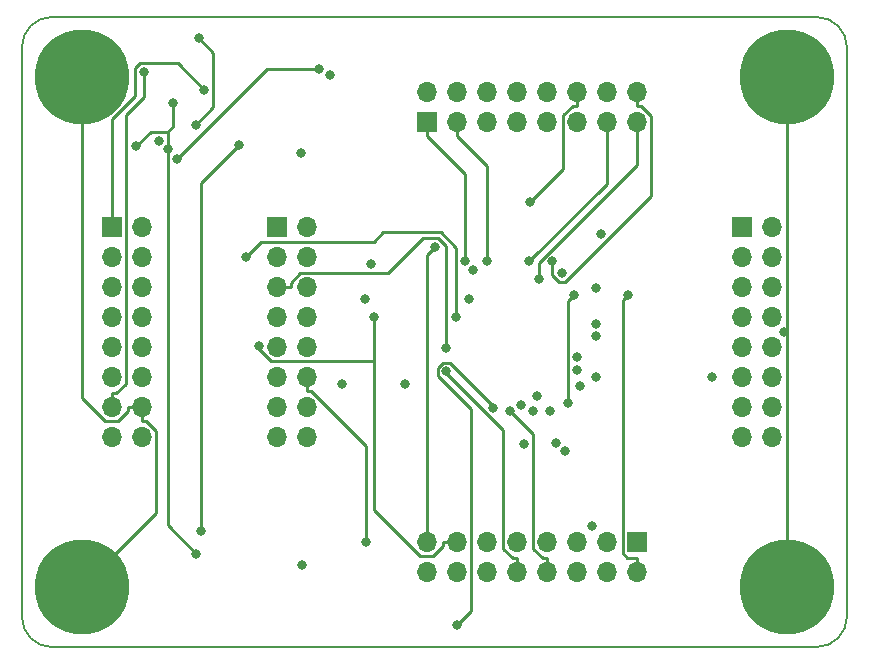
<source format=gbr>
%TF.GenerationSoftware,KiCad,Pcbnew,(5.0.0)*%
%TF.CreationDate,2019-01-27T03:15:10+01:00*%
%TF.ProjectId,AtmegaBreakout,41746D656761427265616B6F75742E6B,rev?*%
%TF.SameCoordinates,Original*%
%TF.FileFunction,Copper,L2,Inr,Signal*%
%TF.FilePolarity,Positive*%
%FSLAX46Y46*%
G04 Gerber Fmt 4.6, Leading zero omitted, Abs format (unit mm)*
G04 Created by KiCad (PCBNEW (5.0.0)) date 01/27/19 03:15:10*
%MOMM*%
%LPD*%
G01*
G04 APERTURE LIST*
%ADD10C,0.200000*%
%ADD11C,8.000000*%
%ADD12R,1.700000X1.700000*%
%ADD13O,1.700000X1.700000*%
%ADD14C,0.800000*%
%ADD15C,0.250000*%
G04 APERTURE END LIST*
D10*
X142240000Y-58420000D02*
X142240000Y-106680000D01*
X74930000Y-55880000D02*
X139700000Y-55880000D01*
X72390000Y-106680000D02*
X72390000Y-58420000D01*
X139700000Y-109220000D02*
X74930000Y-109220000D01*
X72390000Y-58420000D02*
G75*
G02X74930000Y-55880000I2540000J0D01*
G01*
X74930000Y-109220000D02*
G75*
G02X72390000Y-106680000I0J2540000D01*
G01*
X142240000Y-106680000D02*
G75*
G02X139700000Y-109220000I-2540000J0D01*
G01*
X139700000Y-55880000D02*
G75*
G02X142240000Y-58420000I0J-2540000D01*
G01*
D11*
X137160000Y-104140000D03*
X137160000Y-60960000D03*
X77470000Y-104140000D03*
X77470000Y-60960000D03*
D12*
X106680000Y-64770000D03*
D13*
X106680000Y-62230000D03*
X109220000Y-64770000D03*
X109220000Y-62230000D03*
X111760000Y-64770000D03*
X111760000Y-62230000D03*
X114300000Y-64770000D03*
X114300000Y-62230000D03*
X116840000Y-64770000D03*
X116840000Y-62230000D03*
X119380000Y-64770000D03*
X119380000Y-62230000D03*
X121920000Y-64770000D03*
X121920000Y-62230000D03*
X124460000Y-64770000D03*
X124460000Y-62230000D03*
D12*
X80010000Y-73660000D03*
D13*
X82550000Y-73660000D03*
X80010000Y-76200000D03*
X82550000Y-76200000D03*
X80010000Y-78740000D03*
X82550000Y-78740000D03*
X80010000Y-81280000D03*
X82550000Y-81280000D03*
X80010000Y-83820000D03*
X82550000Y-83820000D03*
X80010000Y-86360000D03*
X82550000Y-86360000D03*
X80010000Y-88900000D03*
X82550000Y-88900000D03*
X80010000Y-91440000D03*
X82550000Y-91440000D03*
D12*
X93980000Y-73660000D03*
D13*
X96520000Y-73660000D03*
X93980000Y-76200000D03*
X96520000Y-76200000D03*
X93980000Y-78740000D03*
X96520000Y-78740000D03*
X93980000Y-81280000D03*
X96520000Y-81280000D03*
X93980000Y-83820000D03*
X96520000Y-83820000D03*
X93980000Y-86360000D03*
X96520000Y-86360000D03*
X93980000Y-88900000D03*
X96520000Y-88900000D03*
X93980000Y-91440000D03*
X96520000Y-91440000D03*
D12*
X133350000Y-73660000D03*
D13*
X135890000Y-73660000D03*
X133350000Y-76200000D03*
X135890000Y-76200000D03*
X133350000Y-78740000D03*
X135890000Y-78740000D03*
X133350000Y-81280000D03*
X135890000Y-81280000D03*
X133350000Y-83820000D03*
X135890000Y-83820000D03*
X133350000Y-86360000D03*
X135890000Y-86360000D03*
X133350000Y-88900000D03*
X135890000Y-88900000D03*
X133350000Y-91440000D03*
X135890000Y-91440000D03*
D12*
X124460000Y-100330000D03*
D13*
X124460000Y-102870000D03*
X121920000Y-100330000D03*
X121920000Y-102870000D03*
X119380000Y-100330000D03*
X119380000Y-102870000D03*
X116840000Y-100330000D03*
X116840000Y-102870000D03*
X114300000Y-100330000D03*
X114300000Y-102870000D03*
X111760000Y-100330000D03*
X111760000Y-102870000D03*
X109220000Y-100330000D03*
X109220000Y-102870000D03*
X106680000Y-100330000D03*
X106680000Y-102870000D03*
D14*
X102196100Y-81280000D03*
X92439300Y-83725300D03*
X136933700Y-82550000D03*
X110550800Y-77308400D03*
X118132500Y-77548000D03*
X82721900Y-60574100D03*
X116040600Y-87969100D03*
X96137000Y-102278700D03*
X109261200Y-107352800D03*
X112268400Y-88959300D03*
X111768000Y-76563200D03*
X109870600Y-76565000D03*
X104808300Y-86974000D03*
X120985800Y-81895900D03*
X120973800Y-82909900D03*
X110237500Y-79730100D03*
X91337500Y-76200000D03*
X109130100Y-81307100D03*
X118643000Y-88586100D03*
X119118400Y-79409200D03*
X118378300Y-92643500D03*
X101939300Y-76808500D03*
X87835700Y-62055600D03*
X101477800Y-79748800D03*
X108319200Y-83893000D03*
X99524700Y-86971700D03*
X101552900Y-100316400D03*
X115674700Y-89238700D03*
X114667800Y-88694500D03*
X114866200Y-92051200D03*
X120992200Y-86393000D03*
X130810000Y-86360000D03*
X119634000Y-87122000D03*
X119380000Y-85725000D03*
X119431300Y-84644000D03*
X120987000Y-78790800D03*
X121408400Y-74228300D03*
X120643000Y-98934500D03*
X123698900Y-79393000D03*
X113755100Y-89235000D03*
X108327900Y-85893000D03*
X117628500Y-91964600D03*
X117143000Y-89207900D03*
X107330800Y-75341200D03*
X115394800Y-71544100D03*
X115348100Y-76563200D03*
X116136500Y-78058600D03*
X117299200Y-76569200D03*
X87140000Y-101344300D03*
X84727500Y-67029700D03*
X96003400Y-67417700D03*
X85210500Y-63165700D03*
X82083500Y-66826200D03*
X87122000Y-65024000D03*
X87376000Y-57658000D03*
X97519400Y-60289700D03*
X85541300Y-67933300D03*
X98438600Y-60815100D03*
X83972700Y-66348700D03*
X87560900Y-99395700D03*
X90801400Y-66702800D03*
D15*
X109220000Y-100330000D02*
X108044700Y-100330000D01*
X102196100Y-85020300D02*
X93484500Y-85020300D01*
X93484500Y-85020300D02*
X92439300Y-83975100D01*
X92439300Y-83975100D02*
X92439300Y-83725300D01*
X108044700Y-100330000D02*
X108044700Y-100697300D01*
X108044700Y-100697300D02*
X107228700Y-101513300D01*
X107228700Y-101513300D02*
X106111600Y-101513300D01*
X106111600Y-101513300D02*
X102196100Y-97597800D01*
X102196100Y-97597800D02*
X102196100Y-85020300D01*
X102196100Y-85020300D02*
X102196100Y-81280000D01*
X82550000Y-90075300D02*
X82917300Y-90075300D01*
X82917300Y-90075300D02*
X83757900Y-90915900D01*
X83757900Y-90915900D02*
X83757900Y-97852100D01*
X83757900Y-97852100D02*
X77470000Y-104140000D01*
X82550000Y-88900000D02*
X82550000Y-90075300D01*
X77470000Y-60960000D02*
X77470000Y-88099000D01*
X77470000Y-88099000D02*
X79446300Y-90075300D01*
X79446300Y-90075300D02*
X80566800Y-90075300D01*
X80566800Y-90075300D02*
X81374700Y-89267400D01*
X81374700Y-89267400D02*
X81374700Y-88900000D01*
X82550000Y-88900000D02*
X81374700Y-88900000D01*
X137160000Y-82550000D02*
X136933700Y-82550000D01*
X137160000Y-60960000D02*
X137160000Y-82550000D01*
X137160000Y-82550000D02*
X137160000Y-104140000D01*
X80010000Y-88900000D02*
X80010000Y-87724700D01*
X80010000Y-87724700D02*
X80377400Y-87724700D01*
X80377400Y-87724700D02*
X81185300Y-86916800D01*
X81185300Y-86916800D02*
X81185300Y-64189100D01*
X81185300Y-64189100D02*
X82721900Y-62652500D01*
X82721900Y-62652500D02*
X82721900Y-60574100D01*
X112268400Y-88959300D02*
X112268400Y-88802200D01*
X112268400Y-88802200D02*
X108604700Y-85138500D01*
X108604700Y-85138500D02*
X108055000Y-85138500D01*
X108055000Y-85138500D02*
X107600600Y-85592900D01*
X107600600Y-85592900D02*
X107600600Y-86255400D01*
X107600600Y-86255400D02*
X110413200Y-89068000D01*
X110413200Y-89068000D02*
X110413200Y-106200800D01*
X110413200Y-106200800D02*
X109261200Y-107352800D01*
X111768000Y-76563200D02*
X111768000Y-68493300D01*
X111768000Y-68493300D02*
X109220000Y-65945300D01*
X109220000Y-64770000D02*
X109220000Y-65945300D01*
X106680000Y-64770000D02*
X106680000Y-65945300D01*
X106680000Y-65945300D02*
X109870600Y-69135900D01*
X109870600Y-69135900D02*
X109870600Y-76565000D01*
X91337500Y-76200000D02*
X92607500Y-74930000D01*
X92607500Y-74930000D02*
X102171100Y-74930000D01*
X102171100Y-74930000D02*
X102998400Y-74102700D01*
X102998400Y-74102700D02*
X107833800Y-74102700D01*
X107833800Y-74102700D02*
X109130100Y-75399000D01*
X109130100Y-75399000D02*
X109130100Y-81307100D01*
X119118400Y-79409200D02*
X118643000Y-79884600D01*
X118643000Y-79884600D02*
X118643000Y-88586100D01*
X80010000Y-73660000D02*
X80010000Y-64537100D01*
X80010000Y-64537100D02*
X81974100Y-62573000D01*
X81974100Y-62573000D02*
X81974100Y-60224100D01*
X81974100Y-60224100D02*
X82397900Y-59800300D01*
X82397900Y-59800300D02*
X85580400Y-59800300D01*
X85580400Y-59800300D02*
X87835700Y-62055600D01*
X93980000Y-78740000D02*
X95155300Y-78740000D01*
X95155300Y-78740000D02*
X95155300Y-78372600D01*
X95155300Y-78372600D02*
X95963200Y-77564700D01*
X95963200Y-77564700D02*
X103370900Y-77564700D01*
X103370900Y-77564700D02*
X106341600Y-74594000D01*
X106341600Y-74594000D02*
X107660100Y-74594000D01*
X107660100Y-74594000D02*
X108319200Y-75253100D01*
X108319200Y-75253100D02*
X108319200Y-83893000D01*
X96520000Y-87535300D02*
X96887400Y-87535300D01*
X96887400Y-87535300D02*
X101552900Y-92200800D01*
X101552900Y-92200800D02*
X101552900Y-100316400D01*
X96520000Y-86360000D02*
X96520000Y-87535300D01*
X124460000Y-101694700D02*
X123652000Y-101694700D01*
X123652000Y-101694700D02*
X123244800Y-101287500D01*
X123244800Y-101287500D02*
X123244800Y-79847100D01*
X123244800Y-79847100D02*
X123698900Y-79393000D01*
X124460000Y-102870000D02*
X124460000Y-101694700D01*
X116840000Y-101694700D02*
X116472600Y-101694700D01*
X116472600Y-101694700D02*
X115664700Y-100886800D01*
X115664700Y-100886800D02*
X115664700Y-91144600D01*
X115664700Y-91144600D02*
X113755100Y-89235000D01*
X116840000Y-102870000D02*
X116840000Y-101694700D01*
X114300000Y-102870000D02*
X114300000Y-101694700D01*
X108327900Y-85893000D02*
X108327900Y-86044500D01*
X108327900Y-86044500D02*
X113124700Y-90841300D01*
X113124700Y-90841300D02*
X113124700Y-100886800D01*
X113124700Y-100886800D02*
X113932600Y-101694700D01*
X113932600Y-101694700D02*
X114300000Y-101694700D01*
X106680000Y-100330000D02*
X106680000Y-75992000D01*
X106680000Y-75992000D02*
X107330800Y-75341200D01*
X119380000Y-62230000D02*
X119380000Y-63405300D01*
X119380000Y-63405300D02*
X119012600Y-63405300D01*
X119012600Y-63405300D02*
X118204700Y-64213200D01*
X118204700Y-64213200D02*
X118204700Y-68734200D01*
X118204700Y-68734200D02*
X115394800Y-71544100D01*
X121920000Y-64770000D02*
X121920000Y-69991300D01*
X121920000Y-69991300D02*
X115348100Y-76563200D01*
X116136500Y-78058600D02*
X116136500Y-76698900D01*
X116136500Y-76698900D02*
X124460000Y-68375400D01*
X124460000Y-68375400D02*
X124460000Y-64770000D01*
X124460000Y-62230000D02*
X124460000Y-63405300D01*
X124460000Y-63405300D02*
X124827300Y-63405300D01*
X124827300Y-63405300D02*
X125669200Y-64247200D01*
X125669200Y-64247200D02*
X125669200Y-71037100D01*
X125669200Y-71037100D02*
X118402100Y-78304200D01*
X118402100Y-78304200D02*
X117851600Y-78304200D01*
X117851600Y-78304200D02*
X117299200Y-77751800D01*
X117299200Y-77751800D02*
X117299200Y-76569200D01*
X87140000Y-101344300D02*
X84727500Y-98931800D01*
X84727500Y-98931800D02*
X84727500Y-67029700D01*
X84727500Y-67029700D02*
X84727500Y-65590600D01*
X85210500Y-63165700D02*
X85210500Y-65107600D01*
X85210500Y-65107600D02*
X84727500Y-65590600D01*
X84727500Y-65590600D02*
X83319100Y-65590600D01*
X83319100Y-65590600D02*
X82083500Y-66826200D01*
X88609001Y-63536999D02*
X88609001Y-58891001D01*
X87122000Y-65024000D02*
X88609001Y-63536999D01*
X88609001Y-58891001D02*
X87376000Y-57658000D01*
X87376000Y-57658000D02*
X87376000Y-57658000D01*
X85541300Y-67933300D02*
X93184900Y-60289700D01*
X93184900Y-60289700D02*
X97519400Y-60289700D01*
X90801400Y-66702800D02*
X87560900Y-69943300D01*
X87560900Y-69943300D02*
X87560900Y-99395700D01*
M02*

</source>
